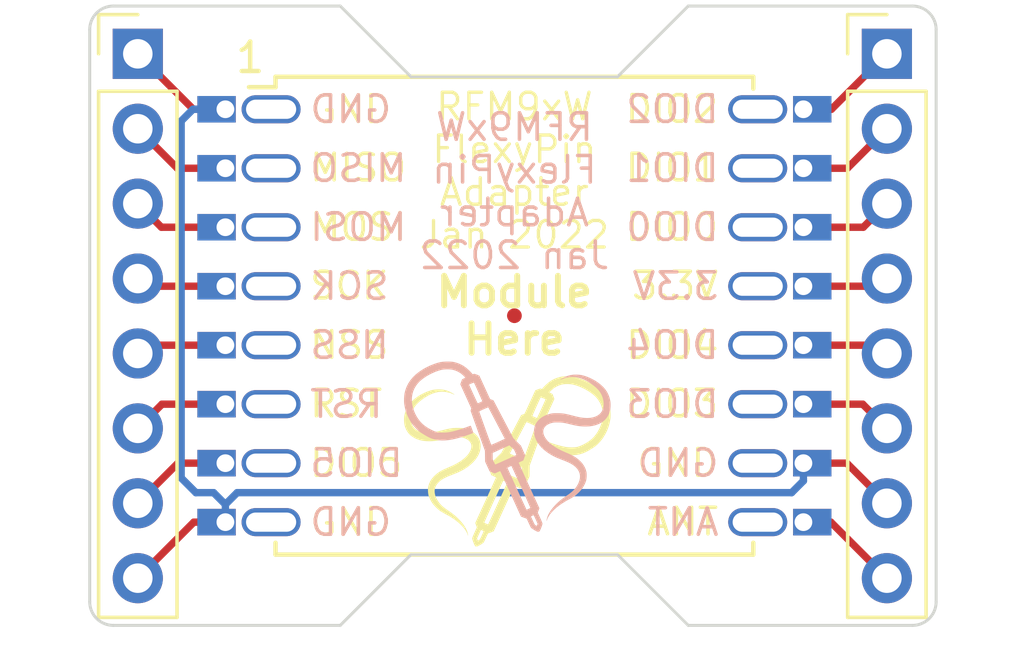
<source format=kicad_pcb>
(kicad_pcb (version 20221232) (generator pcbnew)
  (layers (0 "F.Cu" signal) (31 "B.Cu" signal) (34 "B.Paste" user) (35 "F.Paste" user) (36 "B.SilkS" user "B.Silkscreen") (37 "F.SilkS" user "F.Silkscreen") (38 "B.Mask" user) (39 "F.Mask" user) (44 "Edge.Cuts" user))
  (net 0 "")
  (net 1 "/GND")
  (net 2 "/MISO")
  (net 3 "/MOSI")
  (net 4 "/SCK")
  (net 5 "/NSS")
  (net 6 "/RST")
  (net 7 "/DIO5")
  (net 8 "/DIO2")
  (net 9 "/DIO1")
  (net 10 "/DIO0")
  (net 11 "/3.3V")
  (net 12 "/DIO4")
  (net 13 "/DIO3")
  (net 14 "/ANT")
  (footprint "FlexyPin:FlexyPin_1x02_P2.00mm" (layer "F.Cu") (at 141.4 131.8)
    (fp_text reference "J8" hide)
    (fp_text value "Conn_01x02")
    (pad "1" thru_hole rect (at 0 0) (size 1.3 0.9) (drill 0.6 (offset -0.3 0)) (layers *.Cu *.Mask) (net 5 "/NSS"))
    (pad "1" thru_hole oval (at 1.55 0 180) (size 2 0.95) (drill oval 1.7 0.65) (layers *.Cu *.Mask) (net 5 "/NSS"))
    (pad "2" thru_hole rect (at 0 2) (size 1.3 0.9) (drill 0.6 (offset -0.3 0)) (layers *.Cu *.Mask) (net 6 "/RST"))
    (pad "2" thru_hole oval (at 1.55 2 180) (size 2 0.95) (drill oval 1.7 0.65) (layers *.Cu *.Mask) (net 6 "/RST"))
  )
  (footprint "FlexyPin:FlexyPin_1x02_P2.00mm" (layer "F.Cu") (at 161 129.8 180)
    (fp_text reference "J3" hide)
    (fp_text value "Conn_01x02")
    (pad "1" thru_hole rect (at 0 0 180) (size 1.3 0.9) (drill 0.6 (offset -0.3 0)) (layers *.Cu *.Mask) (net 11 "/3.3V"))
    (pad "1" thru_hole oval (at 1.55 0) (size 2 0.95) (drill oval 1.7 0.65) (layers *.Cu *.Mask) (net 11 "/3.3V"))
    (pad "2" thru_hole rect (at 0 2 180) (size 1.3 0.9) (drill 0.6 (offset -0.3 0)) (layers *.Cu *.Mask) (net 10 "/DIO0"))
    (pad "2" thru_hole oval (at 1.55 2) (size 2 0.95) (drill oval 1.7 0.65) (layers *.Cu *.Mask) (net 10 "/DIO0"))
  )
  (footprint "FlexyPin:FlexyPin_1x02_P2.00mm" (layer "F.Cu") (at 141.4 127.8)
    (fp_text reference "J7" hide)
    (fp_text value "Conn_01x02")
    (pad "1" thru_hole rect (at 0 0) (size 1.3 0.9) (drill 0.6 (offset -0.3 0)) (layers *.Cu *.Mask) (net 3 "/MOSI"))
    (pad "1" thru_hole oval (at 1.55 0 180) (size 2 0.95) (drill oval 1.7 0.65) (layers *.Cu *.Mask) (net 3 "/MOSI"))
    (pad "2" thru_hole rect (at 0 2) (size 1.3 0.9) (drill 0.6 (offset -0.3 0)) (layers *.Cu *.Mask) (net 4 "/SCK"))
    (pad "2" thru_hole oval (at 1.55 2 180) (size 2 0.95) (drill oval 1.7 0.65) (layers *.Cu *.Mask) (net 4 "/SCK"))
  )
  (footprint "FlexyPin:FlexyPin_1x02_P2.00mm" (layer "F.Cu") (at 161 137.8 180)
    (fp_text reference "J5" hide)
    (fp_text value "Conn_01x02")
    (pad "1" thru_hole rect (at 0 0 180) (size 1.3 0.9) (drill 0.6 (offset -0.3 0)) (layers *.Cu *.Mask) (net 14 "/ANT"))
    (pad "1" thru_hole oval (at 1.55 0) (size 2 0.95) (drill oval 1.7 0.65) (layers *.Cu *.Mask) (net 14 "/ANT"))
    (pad "2" thru_hole rect (at 0 2 180) (size 1.3 0.9) (drill 0.6 (offset -0.3 0)) (layers *.Cu *.Mask) (net 1 "/GND"))
    (pad "2" thru_hole oval (at 1.55 2) (size 2 0.95) (drill oval 1.7 0.65) (layers *.Cu *.Mask) (net 1 "/GND"))
  )
  (footprint "FlexyPin:FlexyPin_1x02_P2.00mm" (layer "F.Cu") (at 161 133.8 180)
    (fp_text reference "J4" hide)
    (fp_text value "Conn_01x02")
    (pad "1" thru_hole rect (at 0 0 180) (size 1.3 0.9) (drill 0.6 (offset -0.3 0)) (layers *.Cu *.Mask) (net 13 "/DIO3"))
    (pad "1" thru_hole oval (at 1.55 0) (size 2 0.95) (drill oval 1.7 0.65) (layers *.Cu *.Mask) (net 13 "/DIO3"))
    (pad "2" thru_hole rect (at 0 2 180) (size 1.3 0.9) (drill 0.6 (offset -0.3 0)) (layers *.Cu *.Mask) (net 12 "/DIO4"))
    (pad "2" thru_hole oval (at 1.55 2) (size 2 0.95) (drill oval 1.7 0.65) (layers *.Cu *.Mask) (net 12 "/DIO4"))
  )
  (footprint "FlexyPin:FlexyPin_1x02_P2.00mm" (layer "F.Cu") (at 141.4 123.8)
    (fp_text reference "J6" hide)
    (fp_text value "Conn_01x02")
    (pad "1" thru_hole rect (at 0 0) (size 1.3 0.9) (drill 0.6 (offset -0.3 0)) (layers *.Cu *.Mask) (net 1 "/GND"))
    (pad "1" thru_hole oval (at 1.55 0 180) (size 2 0.95) (drill oval 1.7 0.65) (layers *.Cu *.Mask) (net 1 "/GND"))
    (pad "2" thru_hole rect (at 0 2) (size 1.3 0.9) (drill 0.6 (offset -0.3 0)) (layers *.Cu *.Mask) (net 2 "/MISO"))
    (pad "2" thru_hole oval (at 1.55 2 180) (size 2 0.95) (drill oval 1.7 0.65) (layers *.Cu *.Mask) (net 2 "/MISO"))
  )
  (footprint "Connector_PinHeader_2.54mm:PinHeader_1x08_P2.54mm_Vertical" (layer "F.Cu") (at 138.43 121.92)
    (fp_text reference "J10" hide)
    (fp_text value "Conn_01x08")
    (pad "1" thru_hole rect locked (at 0 0) (size 1.7 1.7) (drill 1) (layers *.Cu *.Mask) (net 1 "/GND"))
    (pad "2" thru_hole oval locked (at 0 2.54) (size 1.7 1.7) (drill 1) (layers *.Cu *.Mask) (net 2 "/MISO"))
    (pad "3" thru_hole oval locked (at 0 5.08) (size 1.7 1.7) (drill 1) (layers *.Cu *.Mask) (net 3 "/MOSI"))
    (pad "4" thru_hole oval locked (at 0 7.62) (size 1.7 1.7) (drill 1) (layers *.Cu *.Mask) (net 4 "/SCK"))
    (pad "5" thru_hole oval locked (at 0 10.16) (size 1.7 1.7) (drill 1) (layers *.Cu *.Mask) (net 5 "/NSS"))
    (pad "6" thru_hole oval locked (at 0 12.7) (size 1.7 1.7) (drill 1) (layers *.Cu *.Mask) (net 6 "/RST"))
    (pad "7" thru_hole oval locked (at 0 15.24) (size 1.7 1.7) (drill 1) (layers *.Cu *.Mask) (net 7 "/DIO5"))
    (pad "8" thru_hole oval locked (at 0 17.78) (size 1.7 1.7) (drill 1) (layers *.Cu *.Mask) (net 1 "/GND"))
  )
  (footprint "Symbols_Extra:SolderParty-New-Logo_7.5x6.4mm_SilkScreen" (layer "F.Cu") (at 151.2 135.5)
    (fp_text reference "G***" hide)
    (fp_text value "LOGO" hide)
  )
  (footprint "FlexyPin:FlexyPin_1x02_P2.00mm" (layer "F.Cu") (at 161 125.8 180)
    (fp_text reference "J2" hide)
    (fp_text value "Conn_01x02")
    (pad "1" thru_hole rect (at 0 0 180) (size 1.3 0.9) (drill 0.6 (offset -0.3 0)) (layers *.Cu *.Mask) (net 9 "/DIO1"))
    (pad "1" thru_hole oval (at 1.55 0) (size 2 0.95) (drill oval 1.7 0.65) (layers *.Cu *.Mask) (net 9 "/DIO1"))
    (pad "2" thru_hole rect (at 0 2 180) (size 1.3 0.9) (drill 0.6 (offset -0.3 0)) (layers *.Cu *.Mask) (net 8 "/DIO2"))
    (pad "2" thru_hole oval (at 1.55 2) (size 2 0.95) (drill oval 1.7 0.65) (layers *.Cu *.Mask) (net 8 "/DIO2"))
  )
  (footprint "FlexyPin:FlexyPin_1x02_P2.00mm" (layer "F.Cu") (at 141.4 135.8)
    (fp_text reference "J9" hide)
    (fp_text value "Conn_01x02")
    (pad "1" thru_hole rect (at 0 0) (size 1.3 0.9) (drill 0.6 (offset -0.3 0)) (layers *.Cu *.Mask) (net 7 "/DIO5"))
    (pad "1" thru_hole oval (at 1.55 0 180) (size 2 0.95) (drill oval 1.7 0.65) (layers *.Cu *.Mask) (net 7 "/DIO5"))
    (pad "2" thru_hole rect (at 0 2) (size 1.3 0.9) (drill 0.6 (offset -0.3 0)) (layers *.Cu *.Mask) (net 1 "/GND"))
    (pad "2" thru_hole oval (at 1.55 2 180) (size 2 0.95) (drill oval 1.7 0.65) (layers *.Cu *.Mask) (net 1 "/GND"))
  )
  (footprint "Fiducial:Fiducial_0.5mm_Mask1.5mm" (layer "F.Cu") (at 151.2 130.8)
    (fp_text reference "REF**" hide)
    (fp_text value "Fiducial_0.5mm_Mask1.5mm")
    (pad "" smd circle (at 0 0) (size 0.5 0.5) (layers "F.Cu") (clearance 0.5))
  )
  (footprint "Connector_PinHeader_2.54mm:PinHeader_1x08_P2.54mm_Vertical" (layer "F.Cu") (at 163.83 121.92)
    (fp_text reference "J1" hide)
    (fp_text value "Conn_01x08")
    (pad "1" thru_hole rect locked (at 0 0) (size 1.7 1.7) (drill 1) (layers *.Cu *.Mask) (net 8 "/DIO2"))
    (pad "2" thru_hole oval locked (at 0 2.54) (size 1.7 1.7) (drill 1) (layers *.Cu *.Mask) (net 9 "/DIO1"))
    (pad "3" thru_hole oval locked (at 0 5.08) (size 1.7 1.7) (drill 1) (layers *.Cu *.Mask) (net 10 "/DIO0"))
    (pad "4" thru_hole oval locked (at 0 7.62) (size 1.7 1.7) (drill 1) (layers *.Cu *.Mask) (net 11 "/3.3V"))
    (pad "5" thru_hole oval locked (at 0 10.16) (size 1.7 1.7) (drill 1) (layers *.Cu *.Mask) (net 12 "/DIO4"))
    (pad "6" thru_hole oval locked (at 0 12.7) (size 1.7 1.7) (drill 1) (layers *.Cu *.Mask) (net 13 "/DIO3"))
    (pad "7" thru_hole oval locked (at 0 15.24) (size 1.7 1.7) (drill 1) (layers *.Cu *.Mask) (net 1 "/GND"))
    (pad "8" thru_hole oval locked (at 0 17.78) (size 1.7 1.7) (drill 1) (layers *.Cu *.Mask) (net 14 "/ANT"))
  )
  (footprint "Symbols_Extra:SolderParty-New-Logo_7.5x6.4mm_SilkScreen" (layer "B.Cu") (at 150.719476 135 180)
    (fp_text reference "G***" hide)
    (fp_text value "LOGO" hide)
  )
  (gr_line (start 159.3 138.9) (end 159.3 138.5) (stroke (width 0.15)) (layer "F.SilkS"))
  (gr_line (start 143.1 138.9) (end 159.3 138.9) (stroke (width 0.15)) (layer "F.SilkS"))
  (gr_line (start 143.1 122.7) (end 159.3 122.7) (stroke (width 0.15)) (layer "F.SilkS"))
  (gr_line (start 142.2 123.05) (end 143.1 123.05) (stroke (width 0.15)) (layer "F.SilkS"))
  (gr_line (start 143.1 138.5) (end 143.1 138.9) (stroke (width 0.15)) (layer "F.SilkS"))
  (gr_line (start 159.3 122.7) (end 159.3 123.1) (stroke (width 0.15)) (layer "F.SilkS"))
  (gr_line (start 143.1 123.05) (end 143.1 122.7) (stroke (width 0.15)) (layer "F.SilkS"))
  (gr_line (start 165.5 121.1) (end 165.5 140.5) (stroke (width 0.1)) (layer "Edge.Cuts"))
  (gr_line (start 137.6 120.3) (end 145.295205 120.3) (stroke (width 0.1)) (layer "Edge.Cuts"))
  (gr_line (start 145.295205 141.3) (end 137.6 141.3) (stroke (width 0.1)) (layer "Edge.Cuts"))
  (gr_line (start 154.694663 138.9) (end 157.094663 141.3) (stroke (width 0.1)) (layer "Edge.Cuts"))
  (gr_line (start 154.694663 122.7) (end 147.695205 122.7) (stroke (width 0.1)) (layer "Edge.Cuts"))
  (gr_line (start 157.094663 120.3) (end 164.7 120.3) (stroke (width 0.1)) (layer "Edge.Cuts"))
  (gr_line (start 147.695205 122.7) (end 145.295205 120.3) (stroke (width 0.1)) (layer "Edge.Cuts"))
  (gr_arc (start 164.7 120.3) (mid 165.265685 120.534315) (end 165.5 121.1) (stroke (width 0.1)) (layer "Edge.Cuts"))
  (gr_arc (start 165.5 140.5) (mid 165.265685 141.065685) (end 164.7 141.3) (stroke (width 0.1)) (layer "Edge.Cuts"))
  (gr_arc (start 136.8 121.1) (mid 137.034315 120.534315) (end 137.6 120.3) (stroke (width 0.1)) (layer "Edge.Cuts"))
  (gr_line (start 157.094663 141.3) (end 164.7 141.3) (stroke (width 0.1)) (layer "Edge.Cuts"))
  (gr_line (start 147.695205 138.9) (end 154.694663 138.9) (stroke (width 0.1)) (layer "Edge.Cuts"))
  (gr_arc (start 137.6 141.3) (mid 137.034315 141.065685) (end 136.8 140.5) (stroke (width 0.1)) (layer "Edge.Cuts"))
  (gr_line (start 136.8 140.5) (end 136.8 121.1) (stroke (width 0.1)) (layer "Edge.Cuts"))
  (gr_line (start 147.695205 138.9) (end 145.295205 141.3) (stroke (width 0.1)) (layer "Edge.Cuts"))
  (gr_line (start 154.694663 122.7) (end 157.094663 120.3) (stroke (width 0.1)) (layer "Edge.Cuts"))
  (gr_text "DIO5" (at 144.2 135.8) (layer "B.SilkS") (effects (font (size 0.9 0.9) (thickness 0.12)) (justify right mirror)))
  (gr_text "RFM9xW\nFlexyPin\nAdapter\nJan 2022" (at 151.199845 126.581156) (layer "B.SilkS") (effects (font (size 0.9 0.9) (thickness 0.12)) (justify mirror)))
  (gr_text "MISO" (at 144.2 125.8) (layer "B.SilkS") (effects (font (size 0.9 0.9) (thickness 0.12)) (justify right mirror)))
  (gr_text "DIO2" (at 158.2 123.8) (layer "B.SilkS") (effects (font (size 0.9 0.9) (thickness 0.12)) (justify left mirror)))
  (gr_text "ANT" (at 158.2 137.8) (layer "B.SilkS") (effects (font (size 0.9 0.9) (thickness 0.12)) (justify left mirror)))
  (gr_text "GND" (at 144.2 137.8) (layer "B.SilkS") (effects (font (size 0.9 0.9) (thickness 0.12)) (justify right mirror)))
  (gr_text "DIO0" (at 158.2 127.8) (layer "B.SilkS") (effects (font (size 0.9 0.9) (thickness 0.12)) (justify left mirror)))
  (gr_text "DIO1" (at 158.2 125.8) (layer "B.SilkS") (effects (font (size 0.9 0.9) (thickness 0.12)) (justify left mirror)))
  (gr_text "3.3V" (at 158.2 129.8) (layer "B.SilkS") (effects (font (size 0.9 0.9) (thickness 0.12)) (justify left mirror)))
  (gr_text "MOSI" (at 144.2 127.8) (layer "B.SilkS") (effects (font (size 0.9 0.9) (thickness 0.12)) (justify right mirror)))
  (gr_text "GND" (at 158.2 135.8) (layer "B.SilkS") (effects (font (size 0.9 0.9) (thickness 0.12)) (justify left mirror)))
  (gr_text "SCK" (at 144.2 129.8) (layer "B.SilkS") (effects (font (size 0.9 0.9) (thickness 0.12)) (justify right mirror)))
  (gr_text "NSS" (at 144.2 131.8) (layer "B.SilkS") (effects (font (size 0.9 0.9) (thickness 0.12)) (justify right mirror)))
  (gr_text "DIO3" (at 158.2 133.8) (layer "B.SilkS") (effects (font (size 0.9 0.9) (thickness 0.12)) (justify left mirror)))
  (gr_text "GND" (at 144.2 123.8) (layer "B.SilkS") (effects (font (size 0.9 0.9) (thickness 0.12)) (justify right mirror)))
  (gr_text "RST\n" (at 144.2 133.8) (layer "B.SilkS") (effects (font (size 0.9 0.9) (thickness 0.12)) (justify right mirror)))
  (gr_text "DIO4" (at 158.2 131.8) (layer "B.SilkS") (effects (font (size 0.9 0.9) (thickness 0.12)) (justify left mirror)))
  (gr_text "Module\nHere" (at 151.2 130.8) (layer "F.SilkS") (effects (font (size 1 1) (thickness 0.2) bold)))
  (gr_text "SCK" (at 144.194131 129.782394) (layer "F.SilkS") (effects (font (size 0.9 0.9) (thickness 0.12)) (justify left)))
  (gr_text "GND" (at 144.2 137.8) (layer "F.SilkS") (effects (font (size 0.9 0.9) (thickness 0.12)) (justify left)))
  (gr_text "RST\n" (at 144.194131 133.783168) (layer "F.SilkS") (effects (font (size 0.9 0.9) (thickness 0.12)) (justify left)))
  (gr_text "1" (at 142.24 122.047) (layer "F.SilkS") (effects (font (size 1 1))))
  (gr_text "DIO5" (at 144.194131 135.795679) (layer "F.SilkS") (effects (font (size 0.9 0.9) (thickness 0.12)) (justify left)))
  (gr_text "GND" (at 158.184716 135.795679) (layer "F.SilkS") (effects (font (size 0.9 0.9) (thickness 0.12)) (justify right)))
  (gr_text "ANT" (at 158.184716 137.783942) (layer "F.SilkS") (effects (font (size 0.9 0.9) (thickness 0.12)) (justify right)))
  (gr_text "DIO0" (at 158.184716 127.794131) (layer "F.SilkS") (effects (font (size 0.9 0.9) (thickness 0.12)) (justify right)))
  (gr_text "DIO4" (at 158.2 131.8) (layer "F.SilkS") (effects (font (size 0.9 0.9) (thickness 0.12)) (justify right)))
  (gr_text "DIO3" (at 158.184716 133.783168) (layer "F.SilkS") (effects (font (size 0.9 0.9) (thickness 0.12)) (justify right)))
  (gr_text "DIO1" (at 158.184716 125.781621) (layer "F.SilkS") (effects (font (size 0.9 0.9) (thickness 0.12)) (justify right)))
  (gr_text "MISO" (at 144.194131 125.781621) (layer "F.SilkS") (effects (font (size 0.9 0.9) (thickness 0.12)) (justify left)))
  (gr_text "RFM9xW\nFlexyPin\nAdapter\nJan 2022" (at 151.2 125.886244) (layer "F.SilkS") (effects (font (size 0.9 0.9) (thickness 0.1125))))
  (gr_text "MOSI" (at 144.194131 127.794131) (layer "F.SilkS") (effects (font (size 0.9 0.9) (thickness 0.12)) (justify left)))
  (gr_text "3.3V" (at 158.184716 129.782394) (layer "F.SilkS") (effects (font (size 0.9 0.9) (thickness 0.12)) (justify right)))
  (gr_text "GND" (at 144.2 123.8) (layer "F.SilkS") (effects (font (size 0.9 0.9) (thickness 0.12)) (justify left)))
  (gr_text "NSS" (at 144.194131 131.794905) (layer "F.SilkS") (effects (font (size 0.9 0.9) (thickness 0.12)) (justify left)))
  (gr_text "DIO2" (at 158.184716 123.793357) (layer "F.SilkS") (effects (font (size 0.9 0.9) (thickness 0.12)) (justify right)))
  (segment (start 162.47 135.8) (end 163.83 137.16) (width 0.25) (layer "F.Cu") (net 1))
  (segment (start 138.43 121.92) (end 140.31 123.8) (width 0.25) (layer "F.Cu") (net 1))
  (segment (start 140.33 137.8) (end 141.4 137.8) (width 0.25) (layer "F.Cu") (net 1))
  (segment (start 161 135.8) (end 162.47 135.8) (width 0.25) (layer "F.Cu") (net 1))
  (segment (start 140.31 123.8) (end 141.4 123.8) (width 0.25) (layer "F.Cu") (net 1))
  (segment (start 138.43 139.7) (end 140.33 137.8) (width 0.25) (layer "F.Cu") (net 1))
  (segment (start 141.8 136.8) (end 160.6 136.8) (width 0.25) (layer "B.Cu") (net 1))
  (segment (start 141 136.8) (end 141.4 137.2) (width 0.25) (layer "B.Cu") (net 1))
  (segment (start 139.9 136.3) (end 140.4 136.8) (width 0.25) (layer "B.Cu") (net 1))
  (segment (start 139.9 124.2) (end 139.9 136.3) (width 0.25) (layer "B.Cu") (net 1))
  (segment (start 141.4 137.2) (end 141.8 136.8) (width 0.25) (layer "B.Cu") (net 1))
  (segment (start 140.4 136.8) (end 141 136.8) (width 0.25) (layer "B.Cu") (net 1))
  (segment (start 140.3 123.8) (end 139.9 124.2) (width 0.25) (layer "B.Cu") (net 1))
  (segment (start 160.6 136.8) (end 161 136.4) (width 0.25) (layer "B.Cu") (net 1))
  (segment (start 141.4 123.8) (end 140.3 123.8) (width 0.25) (layer "B.Cu") (net 1))
  (segment (start 161 136.4) (end 161 135.8) (width 0.25) (layer "B.Cu") (net 1))
  (segment (start 141.4 137.8) (end 141.4 137.2) (width 0.25) (layer "B.Cu") (net 1))
  (segment (start 139.77 125.8) (end 141.4 125.8) (width 0.25) (layer "F.Cu") (net 2))
  (segment (start 138.43 124.46) (end 139.77 125.8) (width 0.25) (layer "F.Cu") (net 2))
  (segment (start 138.43 127) (end 139.23 127.8) (width 0.25) (layer "F.Cu") (net 3))
  (segment (start 139.23 127.8) (end 141.4 127.8) (width 0.25) (layer "F.Cu") (net 3))
  (segment (start 138.43 129.54) (end 138.69 129.8) (width 0.25) (layer "F.Cu") (net 4))
  (segment (start 138.69 129.8) (end 141.4 129.8) (width 0.25) (layer "F.Cu") (net 4))
  (segment (start 138.71 131.8) (end 141.4 131.8) (width 0.25) (layer "F.Cu") (net 5))
  (segment (start 138.43 132.08) (end 138.71 131.8) (width 0.25) (layer "F.Cu") (net 5))
  (segment (start 139.25 133.8) (end 141.4 133.8) (width 0.25) (layer "F.Cu") (net 6))
  (segment (start 138.43 134.62) (end 139.25 133.8) (width 0.25) (layer "F.Cu") (net 6))
  (segment (start 139.79 135.8) (end 141.4 135.8) (width 0.25) (layer "F.Cu") (net 7))
  (segment (start 138.43 137.16) (end 139.79 135.8) (width 0.25) (layer "F.Cu") (net 7))
  (segment (start 161 123.8) (end 161.95 123.8) (width 0.25) (layer "F.Cu") (net 8))
  (segment (start 161.95 123.8) (end 163.83 121.92) (width 0.25) (layer "F.Cu") (net 8))
  (segment (start 162.49 125.8) (end 163.83 124.46) (width 0.25) (layer "F.Cu") (net 9))
  (segment (start 161 125.8) (end 162.49 125.8) (width 0.25) (layer "F.Cu") (net 9))
  (segment (start 161 127.8) (end 163.03 127.8) (width 0.25) (layer "F.Cu") (net 10))
  (segment (start 163.03 127.8) (end 163.83 127) (width 0.25) (layer "F.Cu") (net 10))
  (segment (start 161 129.8) (end 163.57 129.8) (width 0.25) (layer "F.Cu") (net 11))
  (segment (start 163.57 129.8) (end 163.83 129.54) (width 0.25) (layer "F.Cu") (net 11))
  (segment (start 161 131.8) (end 163.55 131.8) (width 0.25) (layer "F.Cu") (net 12))
  (segment (start 163.55 131.8) (end 163.83 132.08) (width 0.25) (layer "F.Cu") (net 12))
  (segment (start 163.01 133.8) (end 163.83 134.62) (width 0.25) (layer "F.Cu") (net 13))
  (segment (start 161 133.8) (end 163.01 133.8) (width 0.25) (layer "F.Cu") (net 13))
  (segment (start 161 137.8) (end 161.93 137.8) (width 0.25) (layer "F.Cu") (net 14))
  (segment (start 161.93 137.8) (end 163.83 139.7) (width 0.25) (layer "F.Cu") (net 14))
)
</source>
